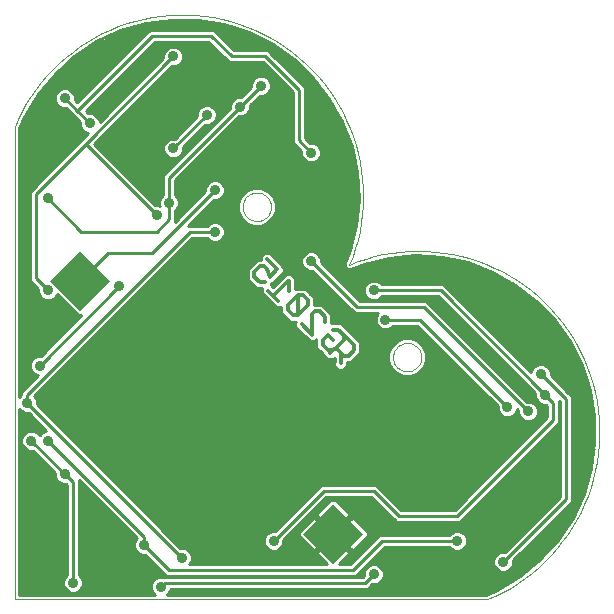
<source format=gbl>
G75*
G70*
%OFA0B0*%
%FSLAX24Y24*%
%IPPOS*%
%LPD*%
%AMOC8*
5,1,8,0,0,1.08239X$1,22.5*
%
%ADD10C,0.0000*%
%ADD11R,0.1417X0.1417*%
%ADD12C,0.0120*%
%ADD13C,0.0100*%
%ADD14C,0.0357*%
D10*
X009756Y010038D02*
X009756Y025786D01*
X009873Y026053D01*
X010003Y026314D01*
X010146Y026569D01*
X010300Y026816D01*
X010467Y027055D01*
X010645Y027287D01*
X010833Y027509D01*
X011033Y027722D01*
X011242Y027925D01*
X011461Y028117D01*
X011689Y028299D01*
X011925Y028470D01*
X012170Y028629D01*
X012422Y028776D01*
X012680Y028911D01*
X012945Y029033D01*
X013216Y029142D01*
X013491Y029238D01*
X013771Y029320D01*
X014054Y029389D01*
X014340Y029444D01*
X014629Y029485D01*
X014919Y029513D01*
X015211Y029526D01*
X015502Y029525D01*
X015794Y029510D01*
X016084Y029481D01*
X016372Y029438D01*
X016658Y029381D01*
X016941Y029310D01*
X017220Y029226D01*
X017495Y029128D01*
X017765Y029017D01*
X018029Y028893D01*
X018286Y028757D01*
X018537Y028608D01*
X018781Y028448D01*
X019016Y028276D01*
X019243Y028092D01*
X019461Y027898D01*
X019669Y027694D01*
X019866Y027480D01*
X020054Y027256D01*
X020230Y027024D01*
X020395Y026783D01*
X020548Y026535D01*
X020689Y026280D01*
X020817Y026018D01*
X020933Y025750D01*
X021035Y025477D01*
X021125Y025200D01*
X021200Y024918D01*
X021262Y024633D01*
X021310Y024345D01*
X021345Y024056D01*
X021365Y023765D01*
X021371Y023473D01*
X021363Y023182D01*
X021341Y022891D01*
X021305Y022602D01*
X021255Y022314D01*
X021191Y022030D01*
X021113Y021749D01*
X021022Y021472D01*
X020918Y021199D01*
X022368Y018112D02*
X022370Y018155D01*
X022376Y018197D01*
X022386Y018239D01*
X022399Y018280D01*
X022416Y018320D01*
X022437Y018357D01*
X022461Y018393D01*
X022488Y018426D01*
X022518Y018457D01*
X022551Y018485D01*
X022586Y018510D01*
X022623Y018531D01*
X022662Y018549D01*
X022702Y018563D01*
X022744Y018574D01*
X022786Y018581D01*
X022829Y018584D01*
X022872Y018583D01*
X022915Y018578D01*
X022957Y018569D01*
X022998Y018557D01*
X023038Y018541D01*
X023076Y018521D01*
X023112Y018498D01*
X023146Y018471D01*
X023178Y018442D01*
X023206Y018410D01*
X023232Y018375D01*
X023254Y018339D01*
X023273Y018300D01*
X023288Y018260D01*
X023300Y018219D01*
X023308Y018176D01*
X023312Y018133D01*
X023312Y018091D01*
X023308Y018048D01*
X023300Y018005D01*
X023288Y017964D01*
X023273Y017924D01*
X023254Y017885D01*
X023232Y017849D01*
X023206Y017814D01*
X023178Y017782D01*
X023146Y017753D01*
X023112Y017726D01*
X023076Y017703D01*
X023038Y017683D01*
X022998Y017667D01*
X022957Y017655D01*
X022915Y017646D01*
X022872Y017641D01*
X022829Y017640D01*
X022786Y017643D01*
X022744Y017650D01*
X022702Y017661D01*
X022662Y017675D01*
X022623Y017693D01*
X022586Y017714D01*
X022551Y017739D01*
X022518Y017767D01*
X022488Y017798D01*
X022461Y017831D01*
X022437Y017867D01*
X022416Y017904D01*
X022399Y017944D01*
X022386Y017985D01*
X022376Y018027D01*
X022370Y018069D01*
X022368Y018112D01*
X020918Y021200D02*
X021190Y021304D01*
X021467Y021395D01*
X021748Y021473D01*
X022033Y021537D01*
X022320Y021587D01*
X022609Y021623D01*
X022900Y021645D01*
X023191Y021653D01*
X023483Y021647D01*
X023774Y021627D01*
X024063Y021592D01*
X024351Y021544D01*
X024636Y021482D01*
X024918Y021407D01*
X025195Y021317D01*
X025468Y021215D01*
X025736Y021099D01*
X025998Y020971D01*
X026253Y020830D01*
X026501Y020677D01*
X026742Y020512D01*
X026974Y020336D01*
X027198Y020148D01*
X027412Y019951D01*
X027616Y019743D01*
X027810Y019525D01*
X027994Y019298D01*
X028166Y019063D01*
X028326Y018819D01*
X028475Y018568D01*
X028611Y018311D01*
X028735Y018047D01*
X028846Y017777D01*
X028944Y017502D01*
X029028Y017223D01*
X029099Y016940D01*
X029156Y016654D01*
X029199Y016366D01*
X029228Y016076D01*
X029243Y015784D01*
X029244Y015493D01*
X029231Y015201D01*
X029203Y014911D01*
X029162Y014622D01*
X029107Y014336D01*
X029038Y014053D01*
X028956Y013773D01*
X028860Y013498D01*
X028751Y013227D01*
X028629Y012962D01*
X028494Y012704D01*
X028347Y012452D01*
X028188Y012207D01*
X028017Y011971D01*
X027835Y011743D01*
X027643Y011524D01*
X027440Y011315D01*
X027227Y011115D01*
X027005Y010927D01*
X026773Y010749D01*
X026534Y010582D01*
X026287Y010428D01*
X026032Y010285D01*
X025771Y010155D01*
X025504Y010038D01*
X009756Y010038D01*
X017357Y023123D02*
X017359Y023166D01*
X017365Y023208D01*
X017375Y023250D01*
X017388Y023291D01*
X017405Y023331D01*
X017426Y023368D01*
X017450Y023404D01*
X017477Y023437D01*
X017507Y023468D01*
X017540Y023496D01*
X017575Y023521D01*
X017612Y023542D01*
X017651Y023560D01*
X017691Y023574D01*
X017733Y023585D01*
X017775Y023592D01*
X017818Y023595D01*
X017861Y023594D01*
X017904Y023589D01*
X017946Y023580D01*
X017987Y023568D01*
X018027Y023552D01*
X018065Y023532D01*
X018101Y023509D01*
X018135Y023482D01*
X018167Y023453D01*
X018195Y023421D01*
X018221Y023386D01*
X018243Y023350D01*
X018262Y023311D01*
X018277Y023271D01*
X018289Y023230D01*
X018297Y023187D01*
X018301Y023144D01*
X018301Y023102D01*
X018297Y023059D01*
X018289Y023016D01*
X018277Y022975D01*
X018262Y022935D01*
X018243Y022896D01*
X018221Y022860D01*
X018195Y022825D01*
X018167Y022793D01*
X018135Y022764D01*
X018101Y022737D01*
X018065Y022714D01*
X018027Y022694D01*
X017987Y022678D01*
X017946Y022666D01*
X017904Y022657D01*
X017861Y022652D01*
X017818Y022651D01*
X017775Y022654D01*
X017733Y022661D01*
X017691Y022672D01*
X017651Y022686D01*
X017612Y022704D01*
X017575Y022725D01*
X017540Y022750D01*
X017507Y022778D01*
X017477Y022809D01*
X017450Y022842D01*
X017426Y022878D01*
X017405Y022915D01*
X017388Y022955D01*
X017375Y022996D01*
X017365Y023038D01*
X017359Y023080D01*
X017357Y023123D01*
D11*
G36*
X010941Y020659D02*
X011942Y021660D01*
X012943Y020659D01*
X011942Y019658D01*
X010941Y020659D01*
G37*
G36*
X019376Y012224D02*
X020377Y013225D01*
X021378Y012224D01*
X020377Y011223D01*
X019376Y012224D01*
G37*
D12*
X020627Y017904D02*
X020634Y018251D01*
X020457Y018428D01*
X020719Y018689D01*
X020804Y018774D01*
X021066Y018512D01*
X021066Y018343D01*
X020889Y018166D01*
X020719Y018166D01*
X020634Y018251D01*
X020457Y018428D02*
X020366Y018336D01*
X020281Y018251D01*
X020196Y018336D02*
X020366Y018336D01*
X020196Y018336D02*
X020019Y018512D01*
X020026Y018689D01*
X020196Y018859D01*
X020373Y018682D01*
X020719Y018689D02*
X020719Y018859D01*
X020549Y019029D01*
X020380Y019029D01*
X020097Y019283D02*
X020097Y019467D01*
X019927Y019637D01*
X019757Y019637D01*
X019750Y019630D02*
X019665Y019545D01*
X019673Y018859D01*
X019326Y019205D01*
X019192Y019509D02*
X019022Y019509D01*
X018852Y019679D01*
X018852Y019849D01*
X019192Y020188D01*
X019361Y020188D01*
X019531Y020019D01*
X019531Y019849D01*
X019192Y019509D01*
X019199Y020181D01*
X018886Y020321D02*
X018886Y020664D01*
X018881Y020659D02*
X018382Y020160D01*
X018207Y020324D02*
X018550Y019981D01*
X018089Y020613D02*
X017919Y020613D01*
X017742Y020789D01*
X017742Y020959D01*
X017912Y021129D01*
X017919Y021136D02*
X018074Y021136D01*
X018166Y021044D01*
X018258Y020782D01*
X018513Y021037D01*
X018166Y021383D01*
D13*
X017956Y021371D02*
X014969Y021371D01*
X015067Y021469D02*
X017956Y021469D01*
X017956Y021470D02*
X017956Y021346D01*
X017832Y021346D01*
X017825Y021339D01*
X017825Y021339D01*
X017631Y021145D01*
X017532Y021046D01*
X017532Y020876D01*
X017532Y020702D01*
X017709Y020526D01*
X017832Y020403D01*
X017997Y020403D01*
X017997Y020237D01*
X018463Y019771D01*
X018637Y019771D01*
X018642Y019777D01*
X018642Y019762D01*
X018642Y019592D01*
X018741Y019493D01*
X018812Y019423D01*
X018812Y019422D01*
X018849Y019386D01*
X018935Y019299D01*
X019123Y019299D01*
X019116Y019292D01*
X019116Y019118D01*
X019463Y018771D01*
X019463Y018770D01*
X019525Y018709D01*
X019586Y018649D01*
X019587Y018649D01*
X019588Y018648D01*
X019675Y018649D01*
X019760Y018649D01*
X019760Y018650D01*
X019762Y018650D01*
X019816Y018705D01*
X019816Y018693D01*
X019812Y018603D01*
X019809Y018599D01*
X019809Y018516D01*
X019806Y018434D01*
X019809Y018430D01*
X019809Y018425D01*
X019868Y018367D01*
X019924Y018306D01*
X019929Y018306D01*
X019986Y018249D01*
X020109Y018126D01*
X020194Y018041D01*
X020368Y018041D01*
X020421Y018094D01*
X020415Y017822D01*
X020536Y017696D01*
X020710Y017693D01*
X020835Y017813D01*
X020838Y017956D01*
X020976Y017956D01*
X021276Y018256D01*
X021276Y018430D01*
X021276Y018599D01*
X021153Y018722D01*
X020891Y018984D01*
X020759Y019116D01*
X020636Y019239D01*
X020307Y019239D01*
X020307Y019380D01*
X020307Y019554D01*
X020137Y019724D01*
X020014Y019847D01*
X019741Y019847D01*
X019741Y019936D01*
X019741Y020106D01*
X019645Y020202D01*
X019618Y020229D01*
X019544Y020302D01*
X019448Y020398D01*
X019274Y020398D01*
X019105Y020398D01*
X019096Y020389D01*
X019096Y020751D01*
X018973Y020874D01*
X018799Y020874D01*
X018794Y020869D01*
X018794Y020869D01*
X018377Y020452D01*
X018299Y020530D01*
X018299Y020572D01*
X018345Y020572D01*
X018373Y020600D01*
X018410Y020613D01*
X018432Y020659D01*
X018723Y020950D01*
X018723Y021124D01*
X018716Y021131D01*
X018253Y021593D01*
X018079Y021593D01*
X017956Y021470D01*
X018054Y021568D02*
X015166Y021568D01*
X015264Y021667D02*
X020930Y021667D01*
X020931Y021670D02*
X020779Y021257D01*
X020755Y021200D01*
X020755Y021200D01*
X020755Y021199D01*
X020779Y021141D01*
X020802Y021085D01*
X020803Y021085D01*
X020803Y021085D01*
X020858Y021062D01*
X020917Y021037D01*
X020918Y021038D01*
X020918Y021037D01*
X020975Y021061D01*
X021388Y021213D01*
X022242Y021422D01*
X023117Y021502D01*
X023995Y021450D01*
X024856Y021268D01*
X025679Y020960D01*
X026448Y020532D01*
X027144Y019995D01*
X027752Y019360D01*
X028259Y018641D01*
X028653Y017855D01*
X028925Y017019D01*
X029070Y016152D01*
X029084Y015273D01*
X028967Y014401D01*
X028721Y013557D01*
X028352Y012759D01*
X027869Y012024D01*
X027281Y011370D01*
X026602Y010811D01*
X025848Y010359D01*
X025472Y010188D01*
X014825Y010188D01*
X014906Y010270D01*
X014956Y010391D01*
X014956Y010395D01*
X021531Y010395D01*
X021648Y010512D01*
X021681Y010545D01*
X021792Y010545D01*
X021913Y010595D01*
X022005Y010688D01*
X022055Y010808D01*
X022055Y010939D01*
X022005Y011060D01*
X021913Y011152D01*
X021792Y011202D01*
X021662Y011202D01*
X021541Y011152D01*
X021448Y011060D01*
X021398Y010939D01*
X021398Y010828D01*
X021366Y010795D01*
X014850Y010795D01*
X014684Y010795D01*
X014674Y010784D01*
X014563Y010784D01*
X014442Y010734D01*
X014350Y010642D01*
X014300Y010521D01*
X014300Y010391D01*
X014350Y010270D01*
X014431Y010188D01*
X009906Y010188D01*
X009906Y016384D01*
X009988Y016302D01*
X010108Y016252D01*
X010219Y016252D01*
X010815Y015656D01*
X010804Y015656D01*
X010684Y015606D01*
X010591Y015514D01*
X010499Y015606D01*
X010378Y015656D01*
X010248Y015656D01*
X010127Y015606D01*
X010035Y015514D01*
X009985Y015393D01*
X009985Y015262D01*
X010035Y015142D01*
X010127Y015049D01*
X010248Y014999D01*
X010359Y014999D01*
X011098Y014260D01*
X011098Y014149D01*
X011148Y014028D01*
X011240Y013936D01*
X011361Y013886D01*
X011472Y013886D01*
X011505Y013853D01*
X011505Y010860D01*
X011426Y010781D01*
X011376Y010661D01*
X011376Y010530D01*
X011426Y010409D01*
X011519Y010317D01*
X011640Y010267D01*
X011770Y010267D01*
X011891Y010317D01*
X011983Y010409D01*
X012033Y010530D01*
X012033Y010661D01*
X011983Y010781D01*
X011905Y010860D01*
X011905Y013853D01*
X011905Y014010D01*
X013837Y012078D01*
X013793Y012034D01*
X013743Y011913D01*
X013743Y011783D01*
X013793Y011662D01*
X013885Y011569D01*
X014006Y011519D01*
X014117Y011519D01*
X014706Y010930D01*
X014824Y010813D01*
X020948Y010813D01*
X021114Y010813D01*
X021130Y010829D01*
X021231Y010930D01*
X022088Y011787D01*
X024246Y011787D01*
X024325Y011709D01*
X024445Y011659D01*
X024576Y011659D01*
X024697Y011709D01*
X024789Y011801D01*
X024839Y011922D01*
X024839Y012052D01*
X024789Y012173D01*
X024697Y012266D01*
X024576Y012316D01*
X024445Y012316D01*
X024325Y012266D01*
X024246Y012187D01*
X021922Y012187D01*
X021805Y012070D01*
X020948Y011213D01*
X020580Y011213D01*
X020949Y011581D01*
X020377Y012153D01*
X020447Y012224D01*
X020377Y012294D01*
X020949Y012866D01*
X020469Y013346D01*
X020435Y013366D01*
X020396Y013376D01*
X020357Y013376D01*
X020319Y013366D01*
X020285Y013346D01*
X019805Y012866D01*
X020377Y012294D01*
X020306Y012224D01*
X019734Y012796D01*
X019255Y012316D01*
X019235Y012282D01*
X019225Y012243D01*
X019225Y012204D01*
X019235Y012166D01*
X019255Y012132D01*
X019734Y011652D01*
X020306Y012224D01*
X020377Y012153D01*
X019805Y011581D01*
X020173Y011213D01*
X015571Y011213D01*
X015602Y011244D01*
X015652Y011365D01*
X015652Y011496D01*
X015602Y011616D01*
X015510Y011709D01*
X015389Y011759D01*
X015278Y011759D01*
X010502Y016535D01*
X010502Y016646D01*
X010452Y016767D01*
X010408Y016811D01*
X015685Y022087D01*
X016173Y022087D01*
X016251Y022009D01*
X016372Y021959D01*
X016503Y021959D01*
X016624Y022009D01*
X016716Y022101D01*
X016766Y022222D01*
X016766Y022353D01*
X016716Y022474D01*
X016624Y022566D01*
X016503Y022616D01*
X016372Y022616D01*
X016251Y022566D01*
X016173Y022487D01*
X015685Y022487D01*
X015528Y022487D01*
X016392Y023351D01*
X016503Y023351D01*
X016624Y023401D01*
X016716Y023493D01*
X016766Y023614D01*
X016766Y023745D01*
X016716Y023865D01*
X016624Y023958D01*
X016503Y024008D01*
X016372Y024008D01*
X016251Y023958D01*
X016159Y023865D01*
X016109Y023745D01*
X016109Y023634D01*
X015106Y022631D01*
X015106Y022997D01*
X015185Y023076D01*
X015235Y023196D01*
X015235Y023327D01*
X015185Y023448D01*
X015106Y023526D01*
X015106Y024014D01*
X017227Y026135D01*
X017338Y026135D01*
X017459Y026185D01*
X017551Y026277D01*
X017601Y026398D01*
X017601Y026509D01*
X017923Y026831D01*
X018034Y026831D01*
X018155Y026881D01*
X018247Y026973D01*
X018297Y027094D01*
X018297Y027225D01*
X018247Y027345D01*
X018155Y027438D01*
X018034Y027488D01*
X017903Y027488D01*
X017783Y027438D01*
X017690Y027345D01*
X017640Y027225D01*
X017640Y027114D01*
X017318Y026792D01*
X017207Y026792D01*
X017087Y026742D01*
X016994Y026649D01*
X016944Y026529D01*
X016944Y026418D01*
X014742Y024216D01*
X014706Y024180D01*
X014706Y023526D01*
X014628Y023448D01*
X014578Y023327D01*
X014578Y023196D01*
X014595Y023156D01*
X014554Y023173D01*
X014443Y023173D01*
X012405Y025211D01*
X015000Y027805D01*
X015111Y027805D01*
X015232Y027855D01*
X015324Y027948D01*
X015374Y028068D01*
X015374Y028199D01*
X015324Y028320D01*
X015232Y028412D01*
X015111Y028462D01*
X014980Y028462D01*
X014860Y028412D01*
X014767Y028320D01*
X014717Y028199D01*
X014717Y028088D01*
X012590Y025961D01*
X012590Y025972D01*
X012540Y026093D01*
X012448Y026185D01*
X012327Y026235D01*
X012216Y026235D01*
X012127Y026324D01*
X014432Y028630D01*
X016215Y028630D01*
X016794Y028051D01*
X016900Y027945D01*
X016911Y027934D01*
X017077Y027934D01*
X018025Y027934D01*
X019021Y026937D01*
X019021Y025267D01*
X019139Y025150D01*
X019311Y024978D01*
X019311Y024867D01*
X019361Y024746D01*
X019453Y024654D01*
X019574Y024604D01*
X019704Y024604D01*
X019825Y024654D01*
X019917Y024746D01*
X019967Y024867D01*
X019967Y024998D01*
X019917Y025118D01*
X019825Y025211D01*
X019704Y025261D01*
X019593Y025261D01*
X019421Y025433D01*
X019421Y026937D01*
X019421Y027103D01*
X018308Y028216D01*
X018191Y028334D01*
X017077Y028334D01*
X016498Y028912D01*
X016498Y028912D01*
X016381Y029030D01*
X014432Y029030D01*
X014267Y029030D01*
X014229Y028992D01*
X014150Y028912D01*
X011844Y026607D01*
X011755Y026696D01*
X011755Y026807D01*
X011705Y026928D01*
X011613Y027020D01*
X011492Y027070D01*
X011361Y027070D01*
X011240Y027020D01*
X011148Y026928D01*
X011098Y026807D01*
X011098Y026676D01*
X011148Y026556D01*
X011240Y026463D01*
X011361Y026413D01*
X011472Y026413D01*
X011644Y026241D01*
X011761Y026124D01*
X011933Y025952D01*
X011933Y025841D01*
X011983Y025720D01*
X012076Y025628D01*
X012196Y025578D01*
X012207Y025578D01*
X012040Y025411D01*
X009906Y025411D01*
X009906Y025313D02*
X011942Y025313D01*
X012040Y025411D02*
X010252Y023623D01*
X010252Y023457D01*
X010252Y020674D01*
X010369Y020556D01*
X010541Y020384D01*
X010541Y020273D01*
X010591Y020153D01*
X010684Y020060D01*
X010804Y020010D01*
X010935Y020010D01*
X011056Y020060D01*
X011148Y020153D01*
X011173Y020213D01*
X011879Y019507D01*
X011982Y019507D01*
X010637Y018162D01*
X010526Y018162D01*
X010405Y018112D01*
X010313Y018019D01*
X010263Y017899D01*
X010263Y017768D01*
X010313Y017647D01*
X010405Y017555D01*
X010526Y017505D01*
X010537Y017505D01*
X009974Y016942D01*
X009974Y016845D01*
X009906Y016777D01*
X009906Y025754D01*
X010077Y026130D01*
X010529Y026884D01*
X011088Y027563D01*
X011742Y028151D01*
X012476Y028635D01*
X013275Y029003D01*
X014119Y029249D01*
X014991Y029366D01*
X015870Y029352D01*
X016737Y029208D01*
X017573Y028935D01*
X018359Y028541D01*
X019078Y028034D01*
X019713Y027426D01*
X020250Y026730D01*
X020678Y025961D01*
X020986Y025138D01*
X021168Y024277D01*
X021220Y023400D01*
X021140Y022524D01*
X020931Y021670D01*
X020954Y021765D02*
X015363Y021765D01*
X015461Y021864D02*
X020978Y021864D01*
X021002Y021962D02*
X016510Y021962D01*
X016365Y021962D02*
X015560Y021962D01*
X015658Y022061D02*
X016200Y022061D01*
X016438Y022287D02*
X015602Y022287D01*
X010174Y016859D01*
X010174Y016581D01*
X015324Y011430D01*
X015652Y011418D02*
X019968Y011418D01*
X019870Y011517D02*
X015644Y011517D01*
X015603Y011615D02*
X019839Y011615D01*
X019796Y011714D02*
X019937Y011714D01*
X019895Y011812D02*
X020036Y011812D01*
X019993Y011911D02*
X020134Y011911D01*
X020092Y012009D02*
X020233Y012009D01*
X020190Y012108D02*
X020331Y012108D01*
X020422Y012108D02*
X020563Y012108D01*
X020521Y012009D02*
X020662Y012009D01*
X020619Y011911D02*
X020760Y011911D01*
X020718Y011812D02*
X020859Y011812D01*
X020816Y011714D02*
X020957Y011714D01*
X021019Y011652D02*
X021499Y012132D01*
X021519Y012166D01*
X021529Y012204D01*
X021529Y012243D01*
X021519Y012282D01*
X021499Y012316D01*
X021019Y012796D01*
X020447Y012224D01*
X021019Y011652D01*
X021081Y011714D02*
X021449Y011714D01*
X021548Y011812D02*
X021179Y011812D01*
X021278Y011911D02*
X021646Y011911D01*
X021745Y012009D02*
X021377Y012009D01*
X021475Y012108D02*
X021843Y012108D01*
X021805Y012070D02*
X021805Y012070D01*
X022005Y011987D02*
X024511Y011987D01*
X024816Y012108D02*
X026576Y012108D01*
X026674Y012206D02*
X024756Y012206D01*
X024602Y012305D02*
X026773Y012305D01*
X026871Y012403D02*
X021411Y012403D01*
X021505Y012305D02*
X024420Y012305D01*
X024266Y012206D02*
X021529Y012206D01*
X021313Y012502D02*
X026970Y012502D01*
X027069Y012601D02*
X021214Y012601D01*
X021116Y012699D02*
X022402Y012699D01*
X022465Y012636D02*
X022479Y012622D01*
X024428Y012622D01*
X024594Y012622D01*
X027795Y015824D01*
X027912Y015941D01*
X027912Y016498D01*
X027912Y016655D01*
X027930Y016637D01*
X027930Y013462D01*
X026087Y011620D01*
X025977Y011620D01*
X025856Y011570D01*
X025764Y011477D01*
X025714Y011356D01*
X025714Y011226D01*
X025764Y011105D01*
X025856Y011013D01*
X025977Y010963D01*
X026107Y010963D01*
X026228Y011013D01*
X026320Y011105D01*
X026370Y011226D01*
X026370Y011337D01*
X028330Y013296D01*
X028330Y013462D01*
X028330Y016803D01*
X028213Y016920D01*
X028213Y016920D01*
X027623Y017509D01*
X027623Y017620D01*
X027573Y017741D01*
X027481Y017833D01*
X027360Y017883D01*
X027229Y017883D01*
X027109Y017833D01*
X027016Y017741D01*
X026966Y017620D01*
X026966Y017609D01*
X024154Y020422D01*
X024037Y020539D01*
X021991Y020539D01*
X021913Y020617D01*
X021792Y020667D01*
X021662Y020667D01*
X021541Y020617D01*
X021448Y020525D01*
X021398Y020404D01*
X021398Y020273D01*
X021448Y020153D01*
X021541Y020060D01*
X021662Y020010D01*
X021792Y020010D01*
X021913Y020060D01*
X021991Y020139D01*
X023871Y020139D01*
X027105Y016904D01*
X027105Y016794D01*
X027155Y016673D01*
X027248Y016581D01*
X027369Y016531D01*
X027479Y016531D01*
X027512Y016498D01*
X027512Y016107D01*
X024428Y013022D01*
X022645Y013022D01*
X021810Y013857D01*
X021644Y013857D01*
X019974Y013857D01*
X019857Y013740D01*
X018432Y012316D01*
X018321Y012316D01*
X018200Y012266D01*
X018108Y012173D01*
X018058Y012052D01*
X018058Y011922D01*
X018108Y011801D01*
X018200Y011709D01*
X018321Y011659D01*
X018452Y011659D01*
X018572Y011709D01*
X018665Y011801D01*
X018715Y011922D01*
X018715Y012033D01*
X020139Y013457D01*
X021644Y013457D01*
X022465Y012636D01*
X022562Y012822D02*
X024511Y012822D01*
X027712Y016024D01*
X027712Y016581D01*
X027434Y016859D01*
X023954Y020339D01*
X021727Y020339D01*
X021948Y020583D02*
X026357Y020583D01*
X026510Y020484D02*
X024092Y020484D01*
X024190Y020385D02*
X026638Y020385D01*
X026766Y020287D02*
X024289Y020287D01*
X024387Y020188D02*
X026893Y020188D01*
X027021Y020090D02*
X024486Y020090D01*
X024584Y019991D02*
X027147Y019991D01*
X027242Y019893D02*
X024683Y019893D01*
X024781Y019794D02*
X027336Y019794D01*
X027430Y019696D02*
X024880Y019696D01*
X024978Y019597D02*
X027525Y019597D01*
X027619Y019499D02*
X025077Y019499D01*
X025176Y019400D02*
X027714Y019400D01*
X027793Y019301D02*
X025274Y019301D01*
X025373Y019203D02*
X027863Y019203D01*
X027932Y019104D02*
X025471Y019104D01*
X025570Y019006D02*
X028002Y019006D01*
X028071Y018907D02*
X025668Y018907D01*
X025767Y018809D02*
X028141Y018809D01*
X028210Y018710D02*
X025865Y018710D01*
X025964Y018612D02*
X028274Y018612D01*
X028323Y018513D02*
X026062Y018513D01*
X026161Y018415D02*
X028372Y018415D01*
X028422Y018316D02*
X026260Y018316D01*
X026358Y018218D02*
X028471Y018218D01*
X028521Y018119D02*
X026457Y018119D01*
X026555Y018020D02*
X028570Y018020D01*
X028619Y017922D02*
X026654Y017922D01*
X026752Y017823D02*
X027099Y017823D01*
X027010Y017725D02*
X026851Y017725D01*
X026949Y017626D02*
X026969Y017626D01*
X027295Y017555D02*
X028130Y016720D01*
X028130Y013379D01*
X026042Y011291D01*
X025739Y011418D02*
X021719Y011418D01*
X021620Y011319D02*
X025714Y011319D01*
X025715Y011221D02*
X021522Y011221D01*
X021511Y011122D02*
X021423Y011122D01*
X021434Y011024D02*
X021325Y011024D01*
X021398Y010925D02*
X021226Y010925D01*
X021231Y010930D02*
X021231Y010930D01*
X021128Y010827D02*
X021397Y010827D01*
X021449Y010595D02*
X014767Y010595D01*
X014628Y010456D01*
X014933Y010334D02*
X025792Y010334D01*
X025970Y010433D02*
X021569Y010433D01*
X021667Y010531D02*
X026134Y010531D01*
X026299Y010630D02*
X021947Y010630D01*
X022022Y010728D02*
X026463Y010728D01*
X026621Y010827D02*
X022055Y010827D01*
X022055Y010925D02*
X026741Y010925D01*
X026860Y011024D02*
X026239Y011024D01*
X026327Y011122D02*
X026980Y011122D01*
X027099Y011221D02*
X026368Y011221D01*
X026370Y011319D02*
X027219Y011319D01*
X027324Y011418D02*
X026452Y011418D01*
X026550Y011517D02*
X027412Y011517D01*
X027501Y011615D02*
X026649Y011615D01*
X026747Y011714D02*
X027589Y011714D01*
X027678Y011812D02*
X026846Y011812D01*
X026944Y011911D02*
X027766Y011911D01*
X027855Y012009D02*
X027043Y012009D01*
X027141Y012108D02*
X027924Y012108D01*
X027988Y012206D02*
X027240Y012206D01*
X027339Y012305D02*
X028053Y012305D01*
X028118Y012403D02*
X027437Y012403D01*
X027536Y012502D02*
X028183Y012502D01*
X028248Y012601D02*
X027634Y012601D01*
X027733Y012699D02*
X028313Y012699D01*
X028370Y012798D02*
X027831Y012798D01*
X027930Y012896D02*
X028416Y012896D01*
X028461Y012995D02*
X028028Y012995D01*
X028127Y013093D02*
X028507Y013093D01*
X028552Y013192D02*
X028225Y013192D01*
X028324Y013290D02*
X028598Y013290D01*
X028644Y013389D02*
X028330Y013389D01*
X028330Y013487D02*
X028689Y013487D01*
X028730Y013586D02*
X028330Y013586D01*
X028330Y013685D02*
X028758Y013685D01*
X028787Y013783D02*
X028330Y013783D01*
X028330Y013882D02*
X028816Y013882D01*
X028844Y013980D02*
X028330Y013980D01*
X028330Y014079D02*
X028873Y014079D01*
X028902Y014177D02*
X028330Y014177D01*
X028330Y014276D02*
X028930Y014276D01*
X028959Y014374D02*
X028330Y014374D01*
X028330Y014473D02*
X028977Y014473D01*
X028990Y014571D02*
X028330Y014571D01*
X028330Y014670D02*
X029003Y014670D01*
X029016Y014769D02*
X028330Y014769D01*
X028330Y014867D02*
X029030Y014867D01*
X029043Y014966D02*
X028330Y014966D01*
X028330Y015064D02*
X029056Y015064D01*
X029069Y015163D02*
X028330Y015163D01*
X028330Y015261D02*
X029083Y015261D01*
X029083Y015360D02*
X028330Y015360D01*
X028330Y015458D02*
X029081Y015458D01*
X029080Y015557D02*
X028330Y015557D01*
X028330Y015655D02*
X029078Y015655D01*
X029077Y015754D02*
X028330Y015754D01*
X028330Y015852D02*
X029075Y015852D01*
X029073Y015951D02*
X028330Y015951D01*
X028330Y016050D02*
X029072Y016050D01*
X029070Y016148D02*
X028330Y016148D01*
X028330Y016247D02*
X029054Y016247D01*
X029038Y016345D02*
X028330Y016345D01*
X028330Y016444D02*
X029021Y016444D01*
X029005Y016542D02*
X028330Y016542D01*
X028330Y016641D02*
X028989Y016641D01*
X028972Y016739D02*
X028330Y016739D01*
X028294Y016838D02*
X028956Y016838D01*
X028939Y016936D02*
X028196Y016936D01*
X028097Y017035D02*
X028920Y017035D01*
X028888Y017134D02*
X027999Y017134D01*
X027900Y017232D02*
X028856Y017232D01*
X028824Y017331D02*
X027802Y017331D01*
X027703Y017429D02*
X028792Y017429D01*
X028760Y017528D02*
X027623Y017528D01*
X027621Y017626D02*
X028728Y017626D01*
X028695Y017725D02*
X027580Y017725D01*
X027491Y017823D02*
X028663Y017823D01*
X027926Y016641D02*
X027912Y016641D01*
X027912Y016542D02*
X027930Y016542D01*
X027930Y016444D02*
X027912Y016444D01*
X027912Y016345D02*
X027930Y016345D01*
X027930Y016247D02*
X027912Y016247D01*
X027912Y016148D02*
X027930Y016148D01*
X027930Y016050D02*
X027912Y016050D01*
X027912Y015951D02*
X027930Y015951D01*
X027930Y015852D02*
X027824Y015852D01*
X027725Y015754D02*
X027930Y015754D01*
X027930Y015655D02*
X027627Y015655D01*
X027528Y015557D02*
X027930Y015557D01*
X027930Y015458D02*
X027430Y015458D01*
X027331Y015360D02*
X027930Y015360D01*
X027930Y015261D02*
X027233Y015261D01*
X027134Y015163D02*
X027930Y015163D01*
X027930Y015064D02*
X027035Y015064D01*
X026937Y014966D02*
X027930Y014966D01*
X027930Y014867D02*
X026838Y014867D01*
X026740Y014769D02*
X027930Y014769D01*
X027930Y014670D02*
X026641Y014670D01*
X026543Y014571D02*
X027930Y014571D01*
X027930Y014473D02*
X026444Y014473D01*
X026346Y014374D02*
X027930Y014374D01*
X027930Y014276D02*
X026247Y014276D01*
X026149Y014177D02*
X027930Y014177D01*
X027930Y014079D02*
X026050Y014079D01*
X025951Y013980D02*
X027930Y013980D01*
X027930Y013882D02*
X025853Y013882D01*
X025754Y013783D02*
X027930Y013783D01*
X027930Y013685D02*
X025656Y013685D01*
X025557Y013586D02*
X027930Y013586D01*
X027930Y013487D02*
X025459Y013487D01*
X025360Y013389D02*
X027857Y013389D01*
X027758Y013290D02*
X025262Y013290D01*
X025163Y013192D02*
X027660Y013192D01*
X027561Y013093D02*
X025065Y013093D01*
X024966Y012995D02*
X027463Y012995D01*
X027364Y012896D02*
X024868Y012896D01*
X024769Y012798D02*
X027266Y012798D01*
X027167Y012699D02*
X024670Y012699D01*
X024499Y013093D02*
X022574Y013093D01*
X022475Y013192D02*
X024597Y013192D01*
X024696Y013290D02*
X022377Y013290D01*
X022278Y013389D02*
X024795Y013389D01*
X024893Y013487D02*
X022180Y013487D01*
X022081Y013586D02*
X024992Y013586D01*
X025090Y013685D02*
X021983Y013685D01*
X021884Y013783D02*
X025189Y013783D01*
X025287Y013882D02*
X013156Y013882D01*
X013254Y013783D02*
X019899Y013783D01*
X019801Y013685D02*
X013353Y013685D01*
X013451Y013586D02*
X019702Y013586D01*
X019604Y013487D02*
X013550Y013487D01*
X013648Y013389D02*
X019505Y013389D01*
X019407Y013290D02*
X013747Y013290D01*
X013845Y013192D02*
X019308Y013192D01*
X019210Y013093D02*
X013944Y013093D01*
X014042Y012995D02*
X019111Y012995D01*
X019012Y012896D02*
X014141Y012896D01*
X014239Y012798D02*
X018914Y012798D01*
X018815Y012699D02*
X014338Y012699D01*
X014437Y012601D02*
X018717Y012601D01*
X018618Y012502D02*
X014535Y012502D01*
X014634Y012403D02*
X018520Y012403D01*
X018295Y012305D02*
X014732Y012305D01*
X014831Y012206D02*
X018141Y012206D01*
X018081Y012108D02*
X014929Y012108D01*
X015028Y012009D02*
X018058Y012009D01*
X018062Y011911D02*
X015126Y011911D01*
X015225Y011812D02*
X018103Y011812D01*
X018195Y011714D02*
X015498Y011714D01*
X015634Y011319D02*
X020067Y011319D01*
X020165Y011221D02*
X015579Y011221D01*
X014906Y011013D02*
X021031Y011013D01*
X022005Y011987D01*
X022015Y011714D02*
X024320Y011714D01*
X024702Y011714D02*
X026182Y011714D01*
X026280Y011812D02*
X024794Y011812D01*
X024835Y011911D02*
X026379Y011911D01*
X026477Y012009D02*
X024839Y012009D01*
X025803Y011517D02*
X021818Y011517D01*
X021916Y011615D02*
X025966Y011615D01*
X025756Y011122D02*
X021942Y011122D01*
X022020Y011024D02*
X025845Y011024D01*
X025575Y010236D02*
X014872Y010236D01*
X014436Y010728D02*
X012005Y010728D01*
X012033Y010630D02*
X014344Y010630D01*
X014304Y010531D02*
X012033Y010531D01*
X011993Y010433D02*
X014300Y010433D01*
X014323Y010334D02*
X011908Y010334D01*
X011705Y010595D02*
X011705Y013936D01*
X011427Y014214D01*
X010313Y015328D01*
X010548Y015557D02*
X010634Y015557D01*
X010803Y015655D02*
X010380Y015655D01*
X010246Y015655D02*
X009906Y015655D01*
X009906Y015557D02*
X010078Y015557D01*
X010012Y015458D02*
X009906Y015458D01*
X009906Y015360D02*
X009985Y015360D01*
X009985Y015261D02*
X009906Y015261D01*
X009906Y015163D02*
X010026Y015163D01*
X010112Y015064D02*
X009906Y015064D01*
X009906Y014966D02*
X010392Y014966D01*
X010491Y014867D02*
X009906Y014867D01*
X009906Y014769D02*
X010589Y014769D01*
X010688Y014670D02*
X009906Y014670D01*
X009906Y014571D02*
X010786Y014571D01*
X010885Y014473D02*
X009906Y014473D01*
X009906Y014374D02*
X010984Y014374D01*
X011082Y014276D02*
X009906Y014276D01*
X009906Y014177D02*
X011098Y014177D01*
X011127Y014079D02*
X009906Y014079D01*
X009906Y013980D02*
X011196Y013980D01*
X011476Y013882D02*
X009906Y013882D01*
X009906Y013783D02*
X011505Y013783D01*
X011505Y013685D02*
X009906Y013685D01*
X009906Y013586D02*
X011505Y013586D01*
X011505Y013487D02*
X009906Y013487D01*
X009906Y013389D02*
X011505Y013389D01*
X011505Y013290D02*
X009906Y013290D01*
X009906Y013192D02*
X011505Y013192D01*
X011505Y013093D02*
X009906Y013093D01*
X009906Y012995D02*
X011505Y012995D01*
X011505Y012896D02*
X009906Y012896D01*
X009906Y012798D02*
X011505Y012798D01*
X011505Y012699D02*
X009906Y012699D01*
X009906Y012601D02*
X011505Y012601D01*
X011505Y012502D02*
X009906Y012502D01*
X009906Y012403D02*
X011505Y012403D01*
X011505Y012305D02*
X009906Y012305D01*
X009906Y012206D02*
X011505Y012206D01*
X011505Y012108D02*
X009906Y012108D01*
X009906Y012009D02*
X011505Y012009D01*
X011505Y011911D02*
X009906Y011911D01*
X009906Y011812D02*
X011505Y011812D01*
X011505Y011714D02*
X009906Y011714D01*
X009906Y011615D02*
X011505Y011615D01*
X011505Y011517D02*
X009906Y011517D01*
X009906Y011418D02*
X011505Y011418D01*
X011505Y011319D02*
X009906Y011319D01*
X009906Y011221D02*
X011505Y011221D01*
X011505Y011122D02*
X009906Y011122D01*
X009906Y011024D02*
X011505Y011024D01*
X011505Y010925D02*
X009906Y010925D01*
X009906Y010827D02*
X011472Y010827D01*
X011405Y010728D02*
X009906Y010728D01*
X009906Y010630D02*
X011376Y010630D01*
X011376Y010531D02*
X009906Y010531D01*
X009906Y010433D02*
X011417Y010433D01*
X011502Y010334D02*
X009906Y010334D01*
X009906Y010236D02*
X014384Y010236D01*
X014809Y010827D02*
X011938Y010827D01*
X011905Y010925D02*
X014711Y010925D01*
X014612Y011024D02*
X011905Y011024D01*
X011905Y011122D02*
X014514Y011122D01*
X014415Y011221D02*
X011905Y011221D01*
X011905Y011319D02*
X014317Y011319D01*
X014218Y011418D02*
X011905Y011418D01*
X011905Y011517D02*
X014120Y011517D01*
X013840Y011615D02*
X011905Y011615D01*
X011905Y011714D02*
X013771Y011714D01*
X013743Y011812D02*
X011905Y011812D01*
X011905Y011911D02*
X013743Y011911D01*
X013783Y012009D02*
X011905Y012009D01*
X011905Y012108D02*
X013807Y012108D01*
X013708Y012206D02*
X011905Y012206D01*
X011905Y012305D02*
X013610Y012305D01*
X013511Y012403D02*
X011905Y012403D01*
X011905Y012502D02*
X013413Y012502D01*
X013314Y012601D02*
X011905Y012601D01*
X011905Y012699D02*
X013216Y012699D01*
X013117Y012798D02*
X011905Y012798D01*
X011905Y012896D02*
X013019Y012896D01*
X012920Y012995D02*
X011905Y012995D01*
X011905Y013093D02*
X012821Y013093D01*
X012723Y013192D02*
X011905Y013192D01*
X011905Y013290D02*
X012624Y013290D01*
X012526Y013389D02*
X011905Y013389D01*
X011905Y013487D02*
X012427Y013487D01*
X012329Y013586D02*
X011905Y013586D01*
X011905Y013685D02*
X012230Y013685D01*
X012132Y013783D02*
X011905Y013783D01*
X011905Y013882D02*
X012033Y013882D01*
X011935Y013980D02*
X011905Y013980D01*
X012466Y014571D02*
X025977Y014571D01*
X025879Y014473D02*
X012564Y014473D01*
X012663Y014374D02*
X025780Y014374D01*
X025681Y014276D02*
X012761Y014276D01*
X012860Y014177D02*
X025583Y014177D01*
X025484Y014079D02*
X012958Y014079D01*
X013057Y013980D02*
X025386Y013980D01*
X026076Y014670D02*
X012367Y014670D01*
X012269Y014769D02*
X026174Y014769D01*
X026273Y014867D02*
X012170Y014867D01*
X012072Y014966D02*
X026371Y014966D01*
X026470Y015064D02*
X011973Y015064D01*
X011874Y015163D02*
X026568Y015163D01*
X026667Y015261D02*
X011776Y015261D01*
X011677Y015360D02*
X026765Y015360D01*
X026864Y015458D02*
X011579Y015458D01*
X011480Y015557D02*
X026963Y015557D01*
X027061Y015655D02*
X011382Y015655D01*
X011283Y015754D02*
X027160Y015754D01*
X027258Y015852D02*
X011185Y015852D01*
X011086Y015951D02*
X027357Y015951D01*
X027455Y016050D02*
X027089Y016050D01*
X027063Y016024D02*
X027155Y016116D01*
X027205Y016237D01*
X027205Y016367D01*
X027155Y016488D01*
X027063Y016581D01*
X026942Y016631D01*
X026831Y016631D01*
X023597Y019865D01*
X023480Y019982D01*
X021253Y019982D01*
X019967Y021268D01*
X019967Y021378D01*
X019917Y021499D01*
X019825Y021592D01*
X019704Y021642D01*
X019574Y021642D01*
X019453Y021592D01*
X019361Y021499D01*
X019311Y021378D01*
X019311Y021248D01*
X019361Y021127D01*
X019453Y021035D01*
X019574Y020985D01*
X019685Y020985D01*
X021087Y019582D01*
X021253Y019582D01*
X021870Y019582D01*
X021838Y019550D01*
X021788Y019430D01*
X021788Y019299D01*
X021838Y019178D01*
X021931Y019086D01*
X022051Y019036D01*
X022182Y019036D01*
X022303Y019086D01*
X022381Y019164D01*
X023175Y019164D01*
X025853Y016487D01*
X025853Y016376D01*
X025903Y016255D01*
X025995Y016163D01*
X026116Y016113D01*
X026246Y016113D01*
X026367Y016163D01*
X026460Y016255D01*
X026510Y016376D01*
X026510Y016387D01*
X026549Y016348D01*
X026549Y016237D01*
X026599Y016116D01*
X026691Y016024D01*
X026812Y015974D01*
X026942Y015974D01*
X027063Y016024D01*
X027169Y016148D02*
X027512Y016148D01*
X027512Y016247D02*
X027205Y016247D01*
X027205Y016345D02*
X027512Y016345D01*
X027512Y016444D02*
X027174Y016444D01*
X027101Y016542D02*
X027340Y016542D01*
X027187Y016641D02*
X026821Y016641D01*
X026723Y016739D02*
X027128Y016739D01*
X027105Y016838D02*
X026624Y016838D01*
X026526Y016936D02*
X027073Y016936D01*
X026975Y017035D02*
X026427Y017035D01*
X026329Y017134D02*
X026876Y017134D01*
X026778Y017232D02*
X026230Y017232D01*
X026131Y017331D02*
X026679Y017331D01*
X026581Y017429D02*
X026033Y017429D01*
X025934Y017528D02*
X026482Y017528D01*
X026384Y017626D02*
X025836Y017626D01*
X025737Y017725D02*
X026285Y017725D01*
X026187Y017823D02*
X025639Y017823D01*
X025540Y017922D02*
X026088Y017922D01*
X025989Y018020D02*
X025442Y018020D01*
X025343Y018119D02*
X025891Y018119D01*
X025792Y018218D02*
X025245Y018218D01*
X025146Y018316D02*
X025694Y018316D01*
X025595Y018415D02*
X025047Y018415D01*
X024949Y018513D02*
X025497Y018513D01*
X025398Y018612D02*
X024850Y018612D01*
X024752Y018710D02*
X025300Y018710D01*
X025201Y018809D02*
X024653Y018809D01*
X024555Y018907D02*
X025103Y018907D01*
X025004Y019006D02*
X024456Y019006D01*
X024358Y019104D02*
X024906Y019104D01*
X024807Y019203D02*
X024259Y019203D01*
X024161Y019301D02*
X024708Y019301D01*
X024610Y019400D02*
X024062Y019400D01*
X023963Y019499D02*
X024511Y019499D01*
X024413Y019597D02*
X023865Y019597D01*
X023766Y019696D02*
X024314Y019696D01*
X024216Y019794D02*
X023668Y019794D01*
X023569Y019893D02*
X024117Y019893D01*
X024019Y019991D02*
X021244Y019991D01*
X021145Y020090D02*
X021511Y020090D01*
X021434Y020188D02*
X021047Y020188D01*
X020948Y020287D02*
X021398Y020287D01*
X021398Y020385D02*
X020849Y020385D01*
X020751Y020484D02*
X021432Y020484D01*
X021506Y020583D02*
X020652Y020583D01*
X020554Y020681D02*
X026180Y020681D01*
X026003Y020780D02*
X020455Y020780D01*
X020357Y020878D02*
X025826Y020878D01*
X025634Y020977D02*
X020258Y020977D01*
X020160Y021075D02*
X020826Y021075D01*
X020766Y021174D02*
X020061Y021174D01*
X019967Y021272D02*
X020785Y021272D01*
X020821Y021371D02*
X019967Y021371D01*
X019930Y021469D02*
X020857Y021469D01*
X020893Y021568D02*
X019849Y021568D01*
X019639Y021313D02*
X021170Y019782D01*
X023397Y019782D01*
X026877Y016302D01*
X026665Y016050D02*
X010988Y016050D01*
X010889Y016148D02*
X026031Y016148D01*
X025911Y016247D02*
X010790Y016247D01*
X010692Y016345D02*
X025865Y016345D01*
X025853Y016444D02*
X010593Y016444D01*
X010502Y016542D02*
X025797Y016542D01*
X025699Y016641D02*
X010502Y016641D01*
X010463Y016739D02*
X025600Y016739D01*
X025502Y016838D02*
X010436Y016838D01*
X010534Y016936D02*
X025403Y016936D01*
X025305Y017035D02*
X010633Y017035D01*
X010731Y017134D02*
X025206Y017134D01*
X025107Y017232D02*
X010830Y017232D01*
X010928Y017331D02*
X025009Y017331D01*
X024910Y017429D02*
X011027Y017429D01*
X011125Y017528D02*
X022624Y017528D01*
X022717Y017489D02*
X022964Y017489D01*
X023193Y017584D01*
X023368Y017759D01*
X023463Y017988D01*
X023463Y018235D01*
X023368Y018464D01*
X023193Y018639D01*
X022964Y018734D01*
X022717Y018734D01*
X022488Y018639D01*
X022313Y018464D01*
X022218Y018235D01*
X022218Y017988D01*
X022313Y017759D01*
X022488Y017584D01*
X022717Y017489D01*
X022446Y017626D02*
X011224Y017626D01*
X011322Y017725D02*
X020508Y017725D01*
X020415Y017823D02*
X011421Y017823D01*
X011520Y017922D02*
X020417Y017922D01*
X020419Y018020D02*
X011618Y018020D01*
X011717Y018119D02*
X020116Y018119D01*
X020109Y018126D02*
X020109Y018126D01*
X020017Y018218D02*
X011815Y018218D01*
X011914Y018316D02*
X019914Y018316D01*
X019820Y018415D02*
X012012Y018415D01*
X012111Y018513D02*
X019809Y018513D01*
X019813Y018612D02*
X012209Y018612D01*
X012308Y018710D02*
X019524Y018710D01*
X019426Y018809D02*
X012406Y018809D01*
X012505Y018907D02*
X019327Y018907D01*
X019229Y019006D02*
X012604Y019006D01*
X012702Y019104D02*
X019130Y019104D01*
X019116Y019203D02*
X012801Y019203D01*
X012899Y019301D02*
X018933Y019301D01*
X018935Y019299D02*
X018935Y019299D01*
X018834Y019400D02*
X012998Y019400D01*
X013096Y019499D02*
X018736Y019499D01*
X018642Y019597D02*
X013195Y019597D01*
X013293Y019696D02*
X018642Y019696D01*
X018440Y019794D02*
X013392Y019794D01*
X013490Y019893D02*
X018342Y019893D01*
X018243Y019991D02*
X013589Y019991D01*
X013688Y020090D02*
X018145Y020090D01*
X018046Y020188D02*
X013786Y020188D01*
X013885Y020287D02*
X017997Y020287D01*
X017997Y020385D02*
X013983Y020385D01*
X014082Y020484D02*
X017751Y020484D01*
X017652Y020583D02*
X014180Y020583D01*
X014279Y020681D02*
X017553Y020681D01*
X017532Y020780D02*
X014377Y020780D01*
X014476Y020878D02*
X017532Y020878D01*
X017532Y020977D02*
X014574Y020977D01*
X014673Y021075D02*
X017561Y021075D01*
X017660Y021174D02*
X014771Y021174D01*
X014870Y021272D02*
X017759Y021272D01*
X018279Y021568D02*
X019429Y021568D01*
X019348Y021469D02*
X018377Y021469D01*
X018476Y021371D02*
X019311Y021371D01*
X019311Y021272D02*
X018574Y021272D01*
X018673Y021174D02*
X019341Y021174D01*
X019412Y021075D02*
X018723Y021075D01*
X018723Y020977D02*
X019693Y020977D01*
X019791Y020878D02*
X018651Y020878D01*
X018705Y020780D02*
X018553Y020780D01*
X018606Y020681D02*
X018454Y020681D01*
X018508Y020583D02*
X018356Y020583D01*
X018344Y020484D02*
X018409Y020484D01*
X019096Y020484D02*
X020185Y020484D01*
X020087Y020583D02*
X019096Y020583D01*
X019096Y020681D02*
X019988Y020681D01*
X019890Y020780D02*
X019067Y020780D01*
X019448Y020398D02*
X019448Y020398D01*
X019461Y020385D02*
X020284Y020385D01*
X020382Y020287D02*
X019560Y020287D01*
X019618Y020229D02*
X019618Y020229D01*
X019658Y020188D02*
X020481Y020188D01*
X020579Y020090D02*
X019741Y020090D01*
X019741Y020106D02*
X019741Y020106D01*
X019741Y019991D02*
X020678Y019991D01*
X020776Y019893D02*
X019741Y019893D01*
X020067Y019794D02*
X020875Y019794D01*
X020974Y019696D02*
X020165Y019696D01*
X020264Y019597D02*
X021072Y019597D01*
X020672Y019203D02*
X021828Y019203D01*
X021788Y019301D02*
X020307Y019301D01*
X020307Y019400D02*
X021788Y019400D01*
X021817Y019499D02*
X020307Y019499D01*
X020771Y019104D02*
X021912Y019104D01*
X022117Y019364D02*
X023258Y019364D01*
X026181Y016441D01*
X026331Y016148D02*
X026585Y016148D01*
X026549Y016247D02*
X026451Y016247D01*
X026497Y016345D02*
X026549Y016345D01*
X024812Y017528D02*
X023057Y017528D01*
X023235Y017626D02*
X024713Y017626D01*
X024615Y017725D02*
X023334Y017725D01*
X023395Y017823D02*
X024516Y017823D01*
X024418Y017922D02*
X023436Y017922D01*
X023463Y018020D02*
X024319Y018020D01*
X024221Y018119D02*
X023463Y018119D01*
X023463Y018218D02*
X024122Y018218D01*
X024024Y018316D02*
X023429Y018316D01*
X023389Y018415D02*
X023925Y018415D01*
X023826Y018513D02*
X023319Y018513D01*
X023221Y018612D02*
X023728Y018612D01*
X023629Y018710D02*
X023022Y018710D01*
X022659Y018710D02*
X021165Y018710D01*
X021263Y018612D02*
X022460Y018612D01*
X022362Y018513D02*
X021276Y018513D01*
X021276Y018415D02*
X022292Y018415D01*
X022251Y018316D02*
X021276Y018316D01*
X021237Y018218D02*
X022218Y018218D01*
X022218Y018119D02*
X021139Y018119D01*
X021040Y018020D02*
X022218Y018020D01*
X022245Y017922D02*
X020837Y017922D01*
X020835Y017823D02*
X022286Y017823D01*
X022347Y017725D02*
X020743Y017725D01*
X021066Y018809D02*
X023531Y018809D01*
X023432Y018907D02*
X020968Y018907D01*
X020869Y019006D02*
X023334Y019006D01*
X023235Y019104D02*
X022321Y019104D01*
X021942Y020090D02*
X023920Y020090D01*
X024835Y021272D02*
X021630Y021272D01*
X021281Y021174D02*
X025107Y021174D01*
X025371Y021075D02*
X021013Y021075D01*
X021027Y022061D02*
X016675Y022061D01*
X016740Y022159D02*
X021051Y022159D01*
X021075Y022258D02*
X016766Y022258D01*
X016764Y022356D02*
X021099Y022356D01*
X021123Y022455D02*
X016724Y022455D01*
X016636Y022553D02*
X017577Y022553D01*
X017477Y022595D02*
X017302Y022770D01*
X017207Y022999D01*
X017207Y023246D01*
X017302Y023475D01*
X017477Y023650D01*
X017706Y023745D01*
X017953Y023745D01*
X018182Y023650D01*
X018357Y023475D01*
X018452Y023246D01*
X018452Y022999D01*
X018357Y022770D01*
X018182Y022595D01*
X017953Y022500D01*
X017706Y022500D01*
X017477Y022595D01*
X017420Y022652D02*
X015693Y022652D01*
X015791Y022751D02*
X017321Y022751D01*
X017269Y022849D02*
X015890Y022849D01*
X015988Y022948D02*
X017228Y022948D01*
X017207Y023046D02*
X016087Y023046D01*
X016186Y023145D02*
X017207Y023145D01*
X017207Y023243D02*
X016284Y023243D01*
X016383Y023342D02*
X017246Y023342D01*
X017287Y023440D02*
X016663Y023440D01*
X016735Y023539D02*
X017365Y023539D01*
X017464Y023637D02*
X016766Y023637D01*
X016766Y023736D02*
X017684Y023736D01*
X017975Y023736D02*
X021200Y023736D01*
X021194Y023834D02*
X016729Y023834D01*
X016648Y023933D02*
X021188Y023933D01*
X021182Y024032D02*
X015124Y024032D01*
X015106Y023933D02*
X016227Y023933D01*
X016146Y023834D02*
X015106Y023834D01*
X015106Y023736D02*
X016109Y023736D01*
X016109Y023637D02*
X015106Y023637D01*
X015106Y023539D02*
X016014Y023539D01*
X015916Y023440D02*
X015188Y023440D01*
X015229Y023342D02*
X015817Y023342D01*
X015719Y023243D02*
X015235Y023243D01*
X015213Y023145D02*
X015620Y023145D01*
X015521Y023046D02*
X015155Y023046D01*
X015106Y022948D02*
X015423Y022948D01*
X015324Y022849D02*
X015106Y022849D01*
X015106Y022751D02*
X015226Y022751D01*
X015127Y022652D02*
X015106Y022652D01*
X014906Y022705D02*
X014906Y023262D01*
X014906Y024097D01*
X017273Y026463D01*
X017969Y027159D01*
X018273Y027284D02*
X018675Y027284D01*
X018577Y027382D02*
X018210Y027382D01*
X018051Y027481D02*
X018478Y027481D01*
X018380Y027579D02*
X014774Y027579D01*
X014872Y027678D02*
X018281Y027678D01*
X018182Y027776D02*
X014971Y027776D01*
X015251Y027875D02*
X018084Y027875D01*
X018108Y028134D02*
X016994Y028134D01*
X016298Y028830D01*
X014350Y028830D01*
X011844Y026324D01*
X012262Y025907D01*
X011933Y025904D02*
X009974Y025904D01*
X009930Y025805D02*
X011948Y025805D01*
X011997Y025707D02*
X009906Y025707D01*
X009906Y025608D02*
X012124Y025608D01*
X012139Y025510D02*
X009906Y025510D01*
X009906Y025214D02*
X011843Y025214D01*
X011745Y025116D02*
X009906Y025116D01*
X009906Y025017D02*
X011646Y025017D01*
X011548Y024918D02*
X009906Y024918D01*
X009906Y024820D02*
X011449Y024820D01*
X011350Y024721D02*
X009906Y024721D01*
X009906Y024623D02*
X011252Y024623D01*
X011153Y024524D02*
X009906Y024524D01*
X009906Y024426D02*
X011055Y024426D01*
X010956Y024327D02*
X009906Y024327D01*
X009906Y024229D02*
X010858Y024229D01*
X010759Y024130D02*
X009906Y024130D01*
X009906Y024032D02*
X010661Y024032D01*
X010562Y023933D02*
X009906Y023933D01*
X009906Y023834D02*
X010464Y023834D01*
X010365Y023736D02*
X009906Y023736D01*
X009906Y023637D02*
X010266Y023637D01*
X010252Y023539D02*
X009906Y023539D01*
X009906Y023440D02*
X010252Y023440D01*
X010252Y023342D02*
X009906Y023342D01*
X009906Y023243D02*
X010252Y023243D01*
X010252Y023145D02*
X009906Y023145D01*
X009906Y023046D02*
X010252Y023046D01*
X010252Y022948D02*
X009906Y022948D01*
X009906Y022849D02*
X010252Y022849D01*
X010252Y022751D02*
X009906Y022751D01*
X009906Y022652D02*
X010252Y022652D01*
X010252Y022553D02*
X009906Y022553D01*
X009906Y022455D02*
X010252Y022455D01*
X010252Y022356D02*
X009906Y022356D01*
X009906Y022258D02*
X010252Y022258D01*
X010252Y022159D02*
X009906Y022159D01*
X009906Y022061D02*
X010252Y022061D01*
X010252Y021962D02*
X009906Y021962D01*
X009906Y021864D02*
X010252Y021864D01*
X010252Y021765D02*
X009906Y021765D01*
X009906Y021667D02*
X010252Y021667D01*
X010252Y021568D02*
X009906Y021568D01*
X009906Y021469D02*
X010252Y021469D01*
X010252Y021371D02*
X009906Y021371D01*
X009906Y021272D02*
X010252Y021272D01*
X010252Y021174D02*
X009906Y021174D01*
X009906Y021075D02*
X010252Y021075D01*
X010252Y020977D02*
X009906Y020977D01*
X009906Y020878D02*
X010252Y020878D01*
X010252Y020780D02*
X009906Y020780D01*
X009906Y020681D02*
X010252Y020681D01*
X010343Y020583D02*
X009906Y020583D01*
X009906Y020484D02*
X010442Y020484D01*
X010540Y020385D02*
X009906Y020385D01*
X009906Y020287D02*
X010541Y020287D01*
X010577Y020188D02*
X009906Y020188D01*
X009906Y020090D02*
X010654Y020090D01*
X010870Y020339D02*
X010452Y020756D01*
X010452Y023540D01*
X012123Y025211D01*
X014489Y022844D01*
X014578Y023243D02*
X014373Y023243D01*
X014274Y023342D02*
X014584Y023342D01*
X014625Y023440D02*
X014176Y023440D01*
X014077Y023539D02*
X014706Y023539D01*
X014706Y023637D02*
X013979Y023637D01*
X013880Y023736D02*
X014706Y023736D01*
X014706Y023834D02*
X013781Y023834D01*
X013683Y023933D02*
X014706Y023933D01*
X014706Y024032D02*
X013584Y024032D01*
X013486Y024130D02*
X014706Y024130D01*
X014755Y024229D02*
X013387Y024229D01*
X013289Y024327D02*
X014854Y024327D01*
X014952Y024426D02*
X013190Y024426D01*
X013092Y024524D02*
X015051Y024524D01*
X015149Y024623D02*
X012993Y024623D01*
X012895Y024721D02*
X015248Y024721D01*
X015232Y024793D02*
X015324Y024885D01*
X015374Y025006D01*
X015374Y025117D01*
X016114Y025856D01*
X016224Y025856D01*
X016345Y025906D01*
X016438Y025999D01*
X016488Y026120D01*
X016488Y026250D01*
X016438Y026371D01*
X016345Y026463D01*
X016224Y026513D01*
X016094Y026513D01*
X015973Y026463D01*
X015881Y026371D01*
X015831Y026250D01*
X015831Y026139D01*
X015091Y025400D01*
X014980Y025400D01*
X014860Y025350D01*
X014767Y025257D01*
X014717Y025137D01*
X014717Y025006D01*
X014767Y024885D01*
X014860Y024793D01*
X014980Y024743D01*
X015111Y024743D01*
X015232Y024793D01*
X015259Y024820D02*
X015346Y024820D01*
X015338Y024918D02*
X015445Y024918D01*
X015374Y025017D02*
X015544Y025017D01*
X015642Y025116D02*
X015374Y025116D01*
X015471Y025214D02*
X015741Y025214D01*
X015839Y025313D02*
X015570Y025313D01*
X015668Y025411D02*
X015938Y025411D01*
X016036Y025510D02*
X015767Y025510D01*
X015865Y025608D02*
X016135Y025608D01*
X016233Y025707D02*
X015964Y025707D01*
X016062Y025805D02*
X016332Y025805D01*
X016339Y025904D02*
X016430Y025904D01*
X016439Y026002D02*
X016529Y026002D01*
X016480Y026101D02*
X016628Y026101D01*
X016726Y026200D02*
X016488Y026200D01*
X016468Y026298D02*
X016825Y026298D01*
X016923Y026397D02*
X016412Y026397D01*
X016268Y026495D02*
X016944Y026495D01*
X016971Y026594D02*
X013788Y026594D01*
X013690Y026495D02*
X016050Y026495D01*
X015906Y026397D02*
X013591Y026397D01*
X013493Y026298D02*
X015851Y026298D01*
X015831Y026200D02*
X013394Y026200D01*
X013296Y026101D02*
X015792Y026101D01*
X015694Y026002D02*
X013197Y026002D01*
X013099Y025904D02*
X015595Y025904D01*
X015497Y025805D02*
X013000Y025805D01*
X012902Y025707D02*
X015398Y025707D01*
X015300Y025608D02*
X012803Y025608D01*
X012704Y025510D02*
X015201Y025510D01*
X015103Y025411D02*
X012606Y025411D01*
X012507Y025313D02*
X014822Y025313D01*
X014749Y025214D02*
X012409Y025214D01*
X012500Y025116D02*
X014717Y025116D01*
X014717Y025017D02*
X012599Y025017D01*
X012697Y024918D02*
X014753Y024918D01*
X014833Y024820D02*
X012796Y024820D01*
X012123Y025211D02*
X015046Y028134D01*
X015276Y028367D02*
X016478Y028367D01*
X016576Y028269D02*
X015345Y028269D01*
X015374Y028170D02*
X016675Y028170D01*
X016773Y028072D02*
X015374Y028072D01*
X015335Y027973D02*
X016872Y027973D01*
X016794Y028051D02*
X016794Y028051D01*
X017043Y028367D02*
X018605Y028367D01*
X018745Y028269D02*
X018255Y028269D01*
X018354Y028170D02*
X018885Y028170D01*
X019024Y028072D02*
X018452Y028072D01*
X018551Y027973D02*
X019141Y027973D01*
X019244Y027875D02*
X018650Y027875D01*
X018748Y027776D02*
X019347Y027776D01*
X019450Y027678D02*
X018847Y027678D01*
X018945Y027579D02*
X019553Y027579D01*
X019656Y027481D02*
X019044Y027481D01*
X019142Y027382D02*
X019747Y027382D01*
X019823Y027284D02*
X019241Y027284D01*
X019339Y027185D02*
X019899Y027185D01*
X019975Y027086D02*
X019421Y027086D01*
X019421Y026988D02*
X020051Y026988D01*
X020127Y026889D02*
X019421Y026889D01*
X019421Y026791D02*
X020203Y026791D01*
X020271Y026692D02*
X019421Y026692D01*
X019421Y026594D02*
X020326Y026594D01*
X020381Y026495D02*
X019421Y026495D01*
X019421Y026397D02*
X020436Y026397D01*
X020490Y026298D02*
X019421Y026298D01*
X019421Y026200D02*
X020545Y026200D01*
X020600Y026101D02*
X019421Y026101D01*
X019421Y026002D02*
X020655Y026002D01*
X020699Y025904D02*
X019421Y025904D01*
X019421Y025805D02*
X020736Y025805D01*
X020773Y025707D02*
X019421Y025707D01*
X019421Y025608D02*
X020810Y025608D01*
X020847Y025510D02*
X019421Y025510D01*
X019443Y025411D02*
X020884Y025411D01*
X020920Y025313D02*
X019541Y025313D01*
X019817Y025214D02*
X020957Y025214D01*
X020991Y025116D02*
X019919Y025116D01*
X019959Y025017D02*
X021011Y025017D01*
X021032Y024918D02*
X019967Y024918D01*
X019948Y024820D02*
X021053Y024820D01*
X021074Y024721D02*
X019893Y024721D01*
X019750Y024623D02*
X021095Y024623D01*
X021116Y024524D02*
X015616Y024524D01*
X015518Y024426D02*
X021136Y024426D01*
X021157Y024327D02*
X015419Y024327D01*
X015321Y024229D02*
X021171Y024229D01*
X021177Y024130D02*
X015222Y024130D01*
X015715Y024623D02*
X019528Y024623D01*
X019385Y024721D02*
X015814Y024721D01*
X015912Y024820D02*
X019330Y024820D01*
X019311Y024918D02*
X016011Y024918D01*
X016109Y025017D02*
X019271Y025017D01*
X019173Y025116D02*
X016208Y025116D01*
X016306Y025214D02*
X019074Y025214D01*
X019021Y025313D02*
X016405Y025313D01*
X016503Y025411D02*
X019021Y025411D01*
X019021Y025510D02*
X016602Y025510D01*
X016700Y025608D02*
X019021Y025608D01*
X019021Y025707D02*
X016799Y025707D01*
X016898Y025805D02*
X019021Y025805D01*
X019021Y025904D02*
X016996Y025904D01*
X017095Y026002D02*
X019021Y026002D01*
X019021Y026101D02*
X017193Y026101D01*
X017473Y026200D02*
X019021Y026200D01*
X019021Y026298D02*
X017560Y026298D01*
X017600Y026397D02*
X019021Y026397D01*
X019021Y026495D02*
X017601Y026495D01*
X017686Y026594D02*
X019021Y026594D01*
X019021Y026692D02*
X017784Y026692D01*
X017883Y026791D02*
X019021Y026791D01*
X019021Y026889D02*
X018163Y026889D01*
X018253Y026988D02*
X018971Y026988D01*
X018872Y027086D02*
X018294Y027086D01*
X018297Y027185D02*
X018774Y027185D01*
X019221Y027020D02*
X018108Y028134D01*
X018466Y028466D02*
X016945Y028466D01*
X016846Y028565D02*
X018312Y028565D01*
X018116Y028663D02*
X016748Y028663D01*
X016649Y028762D02*
X017919Y028762D01*
X017723Y028860D02*
X016551Y028860D01*
X016452Y028959D02*
X017501Y028959D01*
X017198Y029057D02*
X013460Y029057D01*
X013178Y028959D02*
X014196Y028959D01*
X014097Y028860D02*
X012965Y028860D01*
X012752Y028762D02*
X013999Y028762D01*
X013900Y028663D02*
X012538Y028663D01*
X012370Y028565D02*
X013802Y028565D01*
X013703Y028466D02*
X012221Y028466D01*
X012071Y028367D02*
X013605Y028367D01*
X013506Y028269D02*
X011922Y028269D01*
X011772Y028170D02*
X013408Y028170D01*
X013309Y028072D02*
X011654Y028072D01*
X011545Y027973D02*
X013210Y027973D01*
X013112Y027875D02*
X011435Y027875D01*
X011325Y027776D02*
X013013Y027776D01*
X012915Y027678D02*
X011216Y027678D01*
X011106Y027579D02*
X012816Y027579D01*
X012718Y027481D02*
X011020Y027481D01*
X010939Y027382D02*
X012619Y027382D01*
X012521Y027284D02*
X010858Y027284D01*
X010777Y027185D02*
X012422Y027185D01*
X012324Y027086D02*
X010696Y027086D01*
X010614Y026988D02*
X011208Y026988D01*
X011132Y026889D02*
X010533Y026889D01*
X010473Y026791D02*
X011098Y026791D01*
X011098Y026692D02*
X010414Y026692D01*
X010355Y026594D02*
X011132Y026594D01*
X011209Y026495D02*
X010296Y026495D01*
X010237Y026397D02*
X011489Y026397D01*
X011587Y026298D02*
X010178Y026298D01*
X010119Y026200D02*
X011686Y026200D01*
X011644Y026241D02*
X011644Y026241D01*
X011784Y026101D02*
X010064Y026101D01*
X010019Y026002D02*
X011883Y026002D01*
X011844Y026324D02*
X011427Y026742D01*
X011645Y026988D02*
X012225Y026988D01*
X012126Y026889D02*
X011721Y026889D01*
X011755Y026791D02*
X012028Y026791D01*
X011929Y026692D02*
X011759Y026692D01*
X012199Y026397D02*
X013026Y026397D01*
X013124Y026495D02*
X012298Y026495D01*
X012396Y026594D02*
X013223Y026594D01*
X013321Y026692D02*
X012495Y026692D01*
X012594Y026791D02*
X013420Y026791D01*
X013518Y026889D02*
X012692Y026889D01*
X012791Y026988D02*
X013617Y026988D01*
X013716Y027086D02*
X012889Y027086D01*
X012988Y027185D02*
X013814Y027185D01*
X013913Y027284D02*
X013086Y027284D01*
X013185Y027382D02*
X014011Y027382D01*
X014110Y027481D02*
X013283Y027481D01*
X013382Y027579D02*
X014208Y027579D01*
X014307Y027678D02*
X013480Y027678D01*
X013579Y027776D02*
X014405Y027776D01*
X014504Y027875D02*
X013678Y027875D01*
X013776Y027973D02*
X014602Y027973D01*
X014701Y028072D02*
X013875Y028072D01*
X013973Y028170D02*
X014717Y028170D01*
X014746Y028269D02*
X014072Y028269D01*
X014170Y028367D02*
X014815Y028367D01*
X014367Y028565D02*
X016281Y028565D01*
X016379Y028466D02*
X014269Y028466D01*
X014157Y029254D02*
X016457Y029254D01*
X016896Y029156D02*
X013798Y029156D01*
X014890Y029353D02*
X015843Y029353D01*
X014675Y027481D02*
X017886Y027481D01*
X017727Y027382D02*
X014577Y027382D01*
X014478Y027284D02*
X017665Y027284D01*
X017640Y027185D02*
X014380Y027185D01*
X014281Y027086D02*
X017613Y027086D01*
X017514Y026988D02*
X014183Y026988D01*
X014084Y026889D02*
X017416Y026889D01*
X017205Y026791D02*
X013986Y026791D01*
X013887Y026692D02*
X017037Y026692D01*
X016159Y026185D02*
X015046Y025071D01*
X016438Y023679D02*
X014350Y021592D01*
X012874Y021592D01*
X011942Y020659D01*
X011296Y020090D02*
X011085Y020090D01*
X011163Y020188D02*
X011198Y020188D01*
X011395Y019991D02*
X009906Y019991D01*
X009906Y019893D02*
X011493Y019893D01*
X011592Y019794D02*
X009906Y019794D01*
X009906Y019696D02*
X011690Y019696D01*
X011789Y019597D02*
X009906Y019597D01*
X009906Y019499D02*
X011974Y019499D01*
X011875Y019400D02*
X009906Y019400D01*
X009906Y019301D02*
X011777Y019301D01*
X011678Y019203D02*
X009906Y019203D01*
X009906Y019104D02*
X011580Y019104D01*
X011481Y019006D02*
X009906Y019006D01*
X009906Y018907D02*
X011383Y018907D01*
X011284Y018809D02*
X009906Y018809D01*
X009906Y018710D02*
X011186Y018710D01*
X011087Y018612D02*
X009906Y018612D01*
X009906Y018513D02*
X010988Y018513D01*
X010890Y018415D02*
X009906Y018415D01*
X009906Y018316D02*
X010791Y018316D01*
X010693Y018218D02*
X009906Y018218D01*
X009906Y018119D02*
X010423Y018119D01*
X010314Y018020D02*
X009906Y018020D01*
X009906Y017922D02*
X010273Y017922D01*
X010263Y017823D02*
X009906Y017823D01*
X009906Y017725D02*
X010281Y017725D01*
X010334Y017626D02*
X009906Y017626D01*
X009906Y017528D02*
X010471Y017528D01*
X010461Y017429D02*
X009906Y017429D01*
X009906Y017331D02*
X010363Y017331D01*
X010264Y017232D02*
X009906Y017232D01*
X009906Y017134D02*
X010166Y017134D01*
X010067Y017035D02*
X009906Y017035D01*
X009906Y016936D02*
X009974Y016936D01*
X009967Y016838D02*
X009906Y016838D01*
X009906Y016345D02*
X009945Y016345D01*
X009906Y016247D02*
X010225Y016247D01*
X010323Y016148D02*
X009906Y016148D01*
X009906Y016050D02*
X010422Y016050D01*
X010520Y015951D02*
X009906Y015951D01*
X009906Y015852D02*
X010619Y015852D01*
X010718Y015754D02*
X009906Y015754D01*
X010870Y015328D02*
X014071Y012126D01*
X014071Y011848D01*
X014906Y011013D01*
X018386Y011987D02*
X020057Y013657D01*
X021727Y013657D01*
X022562Y012822D01*
X022304Y012798D02*
X020880Y012798D01*
X020919Y012896D02*
X022205Y012896D01*
X022107Y012995D02*
X020820Y012995D01*
X020721Y013093D02*
X022008Y013093D01*
X021910Y013192D02*
X020623Y013192D01*
X020524Y013290D02*
X021811Y013290D01*
X021713Y013389D02*
X020071Y013389D01*
X019972Y013290D02*
X020229Y013290D01*
X020131Y013192D02*
X019874Y013192D01*
X019775Y013093D02*
X020032Y013093D01*
X019933Y012995D02*
X019677Y012995D01*
X019578Y012896D02*
X019835Y012896D01*
X019873Y012798D02*
X019480Y012798D01*
X019381Y012699D02*
X019638Y012699D01*
X019539Y012601D02*
X019283Y012601D01*
X019184Y012502D02*
X019441Y012502D01*
X019342Y012403D02*
X019085Y012403D01*
X018987Y012305D02*
X019248Y012305D01*
X019225Y012206D02*
X018888Y012206D01*
X018790Y012108D02*
X019278Y012108D01*
X019377Y012009D02*
X018715Y012009D01*
X018710Y011911D02*
X019475Y011911D01*
X019574Y011812D02*
X018669Y011812D01*
X018577Y011714D02*
X019672Y011714D01*
X020289Y012206D02*
X020323Y012206D01*
X020430Y012206D02*
X020465Y012206D01*
X020529Y012305D02*
X020387Y012305D01*
X020366Y012305D02*
X020225Y012305D01*
X020268Y012403D02*
X020126Y012403D01*
X020169Y012502D02*
X020028Y012502D01*
X020070Y012601D02*
X019929Y012601D01*
X019972Y012699D02*
X019831Y012699D01*
X020486Y012403D02*
X020627Y012403D01*
X020584Y012502D02*
X020726Y012502D01*
X020683Y012601D02*
X020824Y012601D01*
X020781Y012699D02*
X020923Y012699D01*
X020915Y011615D02*
X021350Y011615D01*
X021252Y011517D02*
X020884Y011517D01*
X020785Y011418D02*
X021153Y011418D01*
X021055Y011319D02*
X020687Y011319D01*
X020588Y011221D02*
X020956Y011221D01*
X021449Y010595D02*
X021727Y010874D01*
X013236Y020478D02*
X010591Y017833D01*
X011983Y022287D02*
X014489Y022287D01*
X014906Y022705D01*
X015594Y022553D02*
X016239Y022553D01*
X018082Y022553D02*
X021143Y022553D01*
X021152Y022652D02*
X018239Y022652D01*
X018338Y022751D02*
X021161Y022751D01*
X021170Y022849D02*
X018390Y022849D01*
X018431Y022948D02*
X021179Y022948D01*
X021188Y023046D02*
X018452Y023046D01*
X018452Y023145D02*
X021197Y023145D01*
X021205Y023243D02*
X018452Y023243D01*
X018412Y023342D02*
X021214Y023342D01*
X021217Y023440D02*
X018372Y023440D01*
X018293Y023539D02*
X021211Y023539D01*
X021206Y023637D02*
X018195Y023637D01*
X019639Y024932D02*
X019221Y025350D01*
X019221Y027020D01*
X022032Y021371D02*
X024370Y021371D01*
X023667Y021469D02*
X022761Y021469D01*
X012927Y026298D02*
X012153Y026298D01*
X012412Y026200D02*
X012829Y026200D01*
X012730Y026101D02*
X012532Y026101D01*
X012577Y026002D02*
X012632Y026002D01*
X012040Y025411D02*
X012040Y025411D01*
X010870Y023401D02*
X011983Y022287D01*
D14*
X010870Y023401D03*
X011844Y025489D03*
X012262Y025907D03*
X011427Y026742D03*
X015046Y028134D03*
X016159Y026185D03*
X016577Y025211D03*
X016994Y024793D03*
X015918Y024199D03*
X016438Y023679D03*
X016438Y022287D03*
X014906Y023262D03*
X014489Y022844D03*
X015046Y025071D03*
X017273Y026463D03*
X017969Y027159D03*
X019639Y024932D03*
X019639Y021313D03*
X021727Y020339D03*
X022117Y019364D03*
X026181Y016441D03*
X026877Y016302D03*
X027434Y016859D03*
X027295Y017555D03*
X025764Y014910D03*
X025346Y014493D03*
X026181Y013657D03*
X025764Y013240D03*
X025346Y012822D03*
X024511Y011987D03*
X026042Y011291D03*
X026599Y014075D03*
X021727Y010874D03*
X018386Y011987D03*
X015324Y011430D03*
X014628Y010456D03*
X014071Y011848D03*
X011705Y010595D03*
X011427Y014214D03*
X010870Y015328D03*
X010313Y015328D03*
X010174Y016581D03*
X010591Y017833D03*
X010870Y020339D03*
X013236Y020478D03*
M02*

</source>
